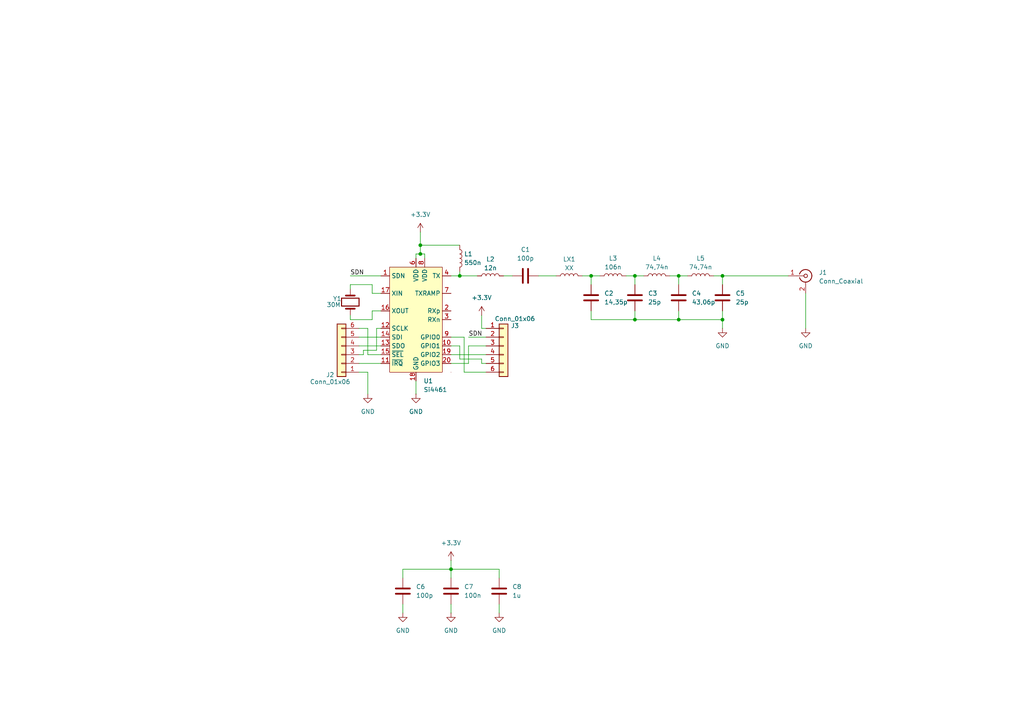
<source format=kicad_sch>
(kicad_sch (version 20231120) (generator "eeschema") (generator_version "8.0")
  (paper "A4")
  (lib_symbols
    (symbol "Connector:Conn_Coaxial" (pin_names (offset 1.016) hide)
      (property "Reference" "J" (at 0.254 3.048 0))
      (property "Value" "Conn_Coaxial" (at 2.921 0 90))
      (symbol "Conn_Coaxial_0_1"
        (arc (start -1.778 -0.508) (mid 0.2311 -1.8066) (end 1.778 0) (stroke (width 0.254)))
        (polyline (pts (xy -2.54 0) (xy -0.508 0)))
        (polyline (pts (xy 0 -2.54) (xy 0 -1.778)))
        (circle (center 0 0) (radius 0.508) (stroke (width 0.2032)))
        (arc (start 1.778 0) (mid 0.2099 1.8101) (end -1.778 0.508) (stroke (width 0.254)))
      )
      (symbol "Conn_Coaxial_1_1"
        (pin passive line (at -5.08 0 0) (length 2.54) (name "In") (number "1"))
        (pin passive line (at 0 -5.08 90) (length 2.54) (name "Ext") (number "2"))
      )
    )
    (symbol "Connector_Generic:Conn_01x06" (pin_names (offset 1.016) hide)
      (property "Reference" "J" (at 0 7.62 0))
      (property "Value" "Conn_01x06" (at 0 -10.16 0))
      (symbol "Conn_01x06_1_1"
        (rectangle (start -1.27 -7.493) (end 0 -7.747) (stroke (width 0.1524)))
        (rectangle (start -1.27 -4.953) (end 0 -5.207) (stroke (width 0.1524)))
        (rectangle (start -1.27 -2.413) (end 0 -2.667) (stroke (width 0.1524)))
        (rectangle (start -1.27 0.127) (end 0 -0.127) (stroke (width 0.1524)))
        (rectangle (start -1.27 2.667) (end 0 2.413) (stroke (width 0.1524)))
        (rectangle (start -1.27 5.207) (end 0 4.953) (stroke (width 0.1524)))
        (rectangle (start -1.27 6.35) (end 1.27 -8.89) (stroke (width 0.254)) (fill (type background)))
        (pin passive line (at -5.08 5.08 0) (length 3.81) (name "Pin_1") (number "1"))
        (pin passive line (at -5.08 2.54 0) (length 3.81) (name "Pin_2") (number "2"))
        (pin passive line (at -5.08 0 0) (length 3.81) (name "Pin_3") (number "3"))
        (pin passive line (at -5.08 -2.54 0) (length 3.81) (name "Pin_4") (number "4"))
        (pin passive line (at -5.08 -5.08 0) (length 3.81) (name "Pin_5") (number "5"))
        (pin passive line (at -5.08 -7.62 0) (length 3.81) (name "Pin_6") (number "6"))
      )
    )
    (symbol "Device:C" (pin_numbers hide) (pin_names (offset 0.254))
      (property "Reference" "C" (at 0.635 2.54 0))
      (property "Value" "C" (at 0.635 -2.54 0))
      (symbol "C_0_1"
        (polyline (pts (xy -2.032 -0.762) (xy 2.032 -0.762)) (stroke (width 0.508)))
        (polyline (pts (xy -2.032 0.762) (xy 2.032 0.762)) (stroke (width 0.508)))
      )
      (symbol "C_1_1"
        (pin passive line (at 0 3.81 270) (length 2.794) (name "~") (number "1"))
        (pin passive line (at 0 -3.81 90) (length 2.794) (name "~") (number "2"))
      )
    )
    (symbol "Device:Crystal" (pin_numbers hide) (pin_names (offset 1.016) hide)
      (property "Reference" "Y" (at 0 3.81 0))
      (property "Value" "Crystal" (at 0 -3.81 0))
      (symbol "Crystal_0_1"
        (rectangle (start -1.143 2.54) (end 1.143 -2.54) (stroke (width 0.3048)))
        (polyline (pts (xy -2.54 0) (xy -1.905 0)))
        (polyline (pts (xy -1.905 -1.27) (xy -1.905 1.27)) (stroke (width 0.508)))
        (polyline (pts (xy 1.905 -1.27) (xy 1.905 1.27)) (stroke (width 0.508)))
        (polyline (pts (xy 2.54 0) (xy 1.905 0)))
      )
      (symbol "Crystal_1_1"
        (pin passive line (at -3.81 0 0) (length 1.27) (name "1") (number "1"))
        (pin passive line (at 3.81 0 180) (length 1.27) (name "2") (number "2"))
      )
    )
    (symbol "Device:L" (pin_numbers hide) (pin_names (offset 1.016) hide)
      (property "Reference" "L" (at -1.27 0 90))
      (property "Value" "L" (at 1.905 0 90))
      (symbol "L_0_1"
        (arc (start 0 -2.54) (mid 0.6323 -1.905) (end 0 -1.27))
        (arc (start 0 -1.27) (mid 0.6323 -0.635) (end 0 0))
        (arc (start 0 0) (mid 0.6323 0.635) (end 0 1.27))
        (arc (start 0 1.27) (mid 0.6323 1.905) (end 0 2.54))
      )
      (symbol "L_1_1"
        (pin passive line (at 0 3.81 270) (length 1.27) (name "1") (number "1"))
        (pin passive line (at 0 -3.81 90) (length 1.27) (name "2") (number "2"))
      )
    )
    (symbol "RF:Si4461"
      (property "Reference" "U" (at -6.35 16.51 0))
      (property "Value" "Si4461" (at 6.35 16.51 0))
      (symbol "Si4461_0_1"
        (rectangle (start -7.62 15.24) (end 7.62 -15.24) (fill (type background)))
        (rectangle (start 10.16 -15.24) (end 10.16 -15.24))
      )
      (symbol "Si4461_1_1"
        (pin input line (at -10.16 12.7 0) (length 2.54) (name "SDN") (number "1"))
        (pin bidirectional line (at 10.16 -7.62 180) (length 2.54) (name "GPIO1") (number "10"))
        (pin open_collector line (at -10.16 -12.7 0) (length 2.54) (name "~{IRQ}") (number "11"))
        (pin input line (at -10.16 -2.54 0) (length 2.54) (name "SCLK") (number "12"))
        (pin output line (at -10.16 -7.62 0) (length 2.54) (name "SDO") (number "13"))
        (pin input line (at -10.16 -5.08 0) (length 2.54) (name "SDI") (number "14"))
        (pin input line (at -10.16 -10.16 0) (length 2.54) (name "~{SEL}") (number "15"))
        (pin passive line (at -10.16 2.54 0) (length 2.54) (name "XOUT") (number "16"))
        (pin input line (at -10.16 7.62 0) (length 2.54) (name "XIN") (number "17"))
        (pin power_in line (at 0 -17.78 90) (length 2.54) (name "GND") (number "18"))
        (pin bidirectional line (at 10.16 -10.16 180) (length 2.54) (name "GPIO2") (number "19"))
        (pin input line (at 10.16 2.54 180) (length 2.54) (name "RXp") (number "2"))
        (pin bidirectional line (at 10.16 -12.7 180) (length 2.54) (name "GPIO3") (number "20"))
        (pin passive line (at 0 -17.78 90) (length 2.54) hide (name "GND") (number "21"))
        (pin input line (at 10.16 0 180) (length 2.54) (name "RXn") (number "3"))
        (pin output line (at 10.16 12.7 180) (length 2.54) (name "TX") (number "4"))
        (pin no_connect line (at 7.62 -15.24 180) (length 2.54) hide (name "NC") (number "5"))
        (pin power_in line (at 0 17.78 270) (length 2.54) (name "VDD") (number "6"))
        (pin output line (at 10.16 7.62 180) (length 2.54) (name "TXRAMP") (number "7"))
        (pin power_in line (at 2.54 17.78 270) (length 2.54) (name "VDD") (number "8"))
        (pin bidirectional line (at 10.16 -5.08 180) (length 2.54) (name "GPIO0") (number "9"))
      )
    )
    (symbol "power:+3.3V" (power) (pin_numbers hide) (pin_names (offset 0) hide)
      (property "Value" "+3.3V" (at 0 3.556 0))
      (symbol "+3.3V_0_1"
        (polyline (pts (xy -0.762 1.27) (xy 0 2.54)))
        (polyline (pts (xy 0 0) (xy 0 2.54)))
        (polyline (pts (xy 0 2.54) (xy 0.762 1.27)))
      )
      (symbol "+3.3V_1_1"
        (pin power_in line (at 0 0 90) (length 0) (name "~") (number "1"))
      )
    )
    (symbol "power:GND" (power) (pin_numbers hide) (pin_names (offset 0) hide)
      (property "Value" "GND" (at 0 -3.81 0))
      (symbol "GND_0_1"
        (polyline (pts (xy 0 0) (xy 0 -1.27) (xy 1.27 -1.27) (xy 0 -2.54) (xy -1.27 -1.27) (xy 0 -1.27)))
      )
      (symbol "GND_1_1"
        (pin power_in line (at 0 0 270) (length 0) (name "~") (number "1"))
      )
    )
  )
  (junction (at 209.55 80.01))
  (junction (at 184.15 80.01))
  (junction (at 130.81 165.1))
  (junction (at 209.55 92.71))
  (junction (at 121.92 71.12))
  (junction (at 184.15 92.71))
  (junction (at 196.85 92.71))
  (junction (at 196.85 80.01))
  (junction (at 121.92 73.66))
  (junction (at 171.45 80.01))
  (junction (at 133.35 80.01))
  (wire (pts (xy 146.05 80.01) (xy 148.59 80.01)))
  (wire (pts (xy 209.55 92.71) (xy 196.85 92.71)))
  (wire (pts (xy 110.49 95.25) (xy 109.22 95.25)))
  (wire (pts (xy 144.78 175.26) (xy 144.78 177.8)))
  (wire (pts (xy 171.45 80.01) (xy 173.99 80.01)))
  (wire (pts (xy 139.7 91.44) (xy 139.7 95.25)))
  (wire (pts (xy 168.91 80.01) (xy 171.45 80.01)))
  (wire (pts (xy 181.61 80.01) (xy 184.15 80.01)))
  (wire (pts (xy 110.49 90.17) (xy 107.95 90.17)))
  (wire (pts (xy 107.95 85.09) (xy 107.95 82.55)))
  (wire (pts (xy 104.14 97.79) (xy 110.49 97.79)))
  (wire (pts (xy 133.35 80.01) (xy 138.43 80.01)))
  (wire (pts (xy 121.92 71.12) (xy 121.92 73.66)))
  (wire (pts (xy 135.89 97.79) (xy 140.97 97.79)))
  (wire (pts (xy 104.14 105.41) (xy 110.49 105.41)))
  (wire (pts (xy 130.81 97.79) (xy 134.62 97.79)))
  (wire (pts (xy 139.7 104.14) (xy 139.7 105.41)))
  (wire (pts (xy 120.65 74.93) (xy 120.65 73.66)))
  (wire (pts (xy 135.89 105.41) (xy 135.89 100.33)))
  (wire (pts (xy 133.35 100.33) (xy 133.35 104.14)))
  (wire (pts (xy 107.95 92.71) (xy 101.6 92.71)))
  (wire (pts (xy 130.81 165.1) (xy 130.81 167.64)))
  (wire (pts (xy 101.6 80.01) (xy 110.49 80.01)))
  (wire (pts (xy 130.81 80.01) (xy 133.35 80.01)))
  (wire (pts (xy 120.65 110.49) (xy 120.65 114.3)))
  (wire (pts (xy 120.65 73.66) (xy 121.92 73.66)))
  (wire (pts (xy 121.92 67.31) (xy 121.92 71.12)))
  (wire (pts (xy 104.14 95.25) (xy 106.68 95.25)))
  (wire (pts (xy 107.95 82.55) (xy 101.6 82.55)))
  (wire (pts (xy 110.49 85.09) (xy 107.95 85.09)))
  (wire (pts (xy 144.78 167.64) (xy 144.78 165.1)))
  (wire (pts (xy 196.85 92.71) (xy 196.85 90.17)))
  (wire (pts (xy 101.6 92.71) (xy 101.6 91.44)))
  (wire (pts (xy 109.22 95.25) (xy 109.22 101.6)))
  (wire (pts (xy 134.62 107.95) (xy 140.97 107.95)))
  (wire (pts (xy 139.7 95.25) (xy 140.97 95.25)))
  (wire (pts (xy 116.84 165.1) (xy 130.81 165.1)))
  (wire (pts (xy 209.55 92.71) (xy 209.55 95.25)))
  (wire (pts (xy 171.45 80.01) (xy 171.45 82.55)))
  (wire (pts (xy 106.68 102.87) (xy 106.68 95.25)))
  (wire (pts (xy 133.35 78.74) (xy 133.35 80.01)))
  (wire (pts (xy 209.55 80.01) (xy 228.6 80.01)))
  (wire (pts (xy 130.81 102.87) (xy 140.97 102.87)))
  (wire (pts (xy 105.41 101.6) (xy 105.41 102.87)))
  (wire (pts (xy 133.35 104.14) (xy 139.7 104.14)))
  (wire (pts (xy 184.15 90.17) (xy 184.15 92.71)))
  (wire (pts (xy 116.84 175.26) (xy 116.84 177.8)))
  (wire (pts (xy 107.95 90.17) (xy 107.95 92.71)))
  (wire (pts (xy 184.15 80.01) (xy 184.15 82.55)))
  (wire (pts (xy 101.6 82.55) (xy 101.6 83.82)))
  (wire (pts (xy 104.14 100.33) (xy 110.49 100.33)))
  (wire (pts (xy 196.85 80.01) (xy 196.85 82.55)))
  (wire (pts (xy 123.19 73.66) (xy 123.19 74.93)))
  (wire (pts (xy 135.89 100.33) (xy 140.97 100.33)))
  (wire (pts (xy 184.15 80.01) (xy 186.69 80.01)))
  (wire (pts (xy 209.55 80.01) (xy 209.55 82.55)))
  (wire (pts (xy 106.68 102.87) (xy 110.49 102.87)))
  (wire (pts (xy 207.01 80.01) (xy 209.55 80.01)))
  (wire (pts (xy 130.81 105.41) (xy 135.89 105.41)))
  (wire (pts (xy 194.31 80.01) (xy 196.85 80.01)))
  (wire (pts (xy 109.22 101.6) (xy 105.41 101.6)))
  (wire (pts (xy 233.68 85.09) (xy 233.68 95.25)))
  (wire (pts (xy 184.15 92.71) (xy 196.85 92.71)))
  (wire (pts (xy 130.81 100.33) (xy 133.35 100.33)))
  (wire (pts (xy 209.55 90.17) (xy 209.55 92.71)))
  (wire (pts (xy 139.7 105.41) (xy 140.97 105.41)))
  (wire (pts (xy 130.81 175.26) (xy 130.81 177.8)))
  (wire (pts (xy 104.14 107.95) (xy 106.68 107.95)))
  (wire (pts (xy 134.62 97.79) (xy 134.62 107.95)))
  (wire (pts (xy 171.45 92.71) (xy 184.15 92.71)))
  (wire (pts (xy 121.92 73.66) (xy 123.19 73.66)))
  (wire (pts (xy 196.85 80.01) (xy 199.39 80.01)))
  (wire (pts (xy 171.45 90.17) (xy 171.45 92.71)))
  (wire (pts (xy 156.21 80.01) (xy 161.29 80.01)))
  (wire (pts (xy 105.41 102.87) (xy 104.14 102.87)))
  (wire (pts (xy 121.92 71.12) (xy 133.35 71.12)))
  (wire (pts (xy 130.81 162.56) (xy 130.81 165.1)))
  (wire (pts (xy 106.68 107.95) (xy 106.68 114.3)))
  (wire (pts (xy 130.81 165.1) (xy 144.78 165.1)))
  (wire (pts (xy 116.84 167.64) (xy 116.84 165.1)))
  (label "SDN" (at 101.6 80.01 0))
  (label "SDN" (at 135.89 97.79 0))
  (symbol (lib_id "power:GND") (at 209.55 95.25 0) (unit 1)
    (property "Reference" "#PWR03" (effects (hide yes)))
    (property "Value" "GND" (at 209.55 100.33 0))
    (property "Description" "Power symbol creates a global label with name \"GND\" , ground" (effects (hide yes)))
  )
  (symbol (lib_id "power:GND") (at 233.68 95.25 0) (unit 1)
    (property "Reference" "#PWR08" (effects (hide yes)))
    (property "Value" "GND" (at 233.68 100.33 0))
    (property "Description" "Power symbol creates a global label with name \"GND\" , ground" (effects (hide yes)))
  )
  (symbol (lib_id "Device:C") (at 184.15 86.36 180) (unit 1)
    (property "Reference" "C3" (at 187.96 85.0899 0) (effects (justify right)))
    (property "Value" "25p" (at 187.96 87.6299 0) (effects (justify right)))
    (property "Footprint" "Capacitor_SMD:C_0805_2012Metric_Pad1.18x1.45mm_HandSolder" (effects (hide yes)))
    (property "Description" "Unpolarized capacitor" (effects (hide yes)))
  )
  (symbol (lib_id "power:+3.3V") (at 121.92 67.31 0) (unit 1)
    (property "Reference" "#PWR02" (effects (hide yes)))
    (property "Value" "+3.3V" (at 121.92 62.23 0))
    (property "Description" "Power symbol creates a global label with name \"+3.3V\"" (effects (hide yes)))
  )
  (symbol (lib_id "Device:Crystal") (at 101.6 87.63 90) (mirror x) (unit 1)
    (property "Reference" "Y1" (at 99.06 86.614 90) (effects (justify left)))
    (property "Value" "30M" (at 98.806 88.392 90) (effects (justify left)))
    (property "Footprint" "Library:Crystal_SMD" (effects (hide yes)))
    (property "Description" "Two pin crystal" (effects (hide yes)))
  )
  (symbol (lib_id "Connector_Generic:Conn_01x06") (at 146.05 100.33 0) (unit 1)
    (property "Reference" "J3" (at 149.352 94.488 0))
    (property "Value" "Conn_01x06" (at 149.352 92.456 0))
    (property "Footprint" "Connector_PinHeader_2.54mm:PinHeader_1x06_P2.54mm_Vertical" (effects (hide yes)))
    (property "Description" "Generic connector, single row, 01x06, script generated (kicad-library-utils/schlib/autogen/connector/)" (effects (hide yes)))
  )
  (symbol (lib_id "power:GND") (at 116.84 177.8 0) (unit 1)
    (property "Reference" "#PWR04" (effects (hide yes)))
    (property "Value" "GND" (at 116.84 182.88 0))
    (property "Description" "Power symbol creates a global label with name \"GND\" , ground" (effects (hide yes)))
  )
  (symbol (lib_id "Device:L") (at 133.35 74.93 0) (unit 1)
    (property "Reference" "L1" (at 134.62 73.6599 0) (effects (justify left)))
    (property "Value" "550n" (at 134.62 76.1999 0) (effects (justify left)))
    (property "Footprint" "Inductor_SMD:L_0805_2012Metric_Pad1.15x1.40mm_HandSolder" (effects (hide yes)))
    (property "Description" "Inductor" (effects (hide yes)))
  )
  (symbol (lib_id "Device:L") (at 190.5 80.01 90) (unit 1)
    (property "Reference" "L4" (at 190.5 74.93 90))
    (property "Value" "74,74n" (at 190.5 77.47 90))
    (property "Footprint" "Inductor_SMD:L_0805_2012Metric_Pad1.15x1.40mm_HandSolder" (effects (hide yes)))
    (property "Description" "Inductor" (effects (hide yes)))
  )
  (symbol (lib_id "Device:L") (at 165.1 80.01 90) (unit 1)
    (property "Reference" "LX1" (at 165.1 75.184 90))
    (property "Value" "XX" (at 165.1 77.724 90))
    (property "Footprint" "Inductor_SMD:L_0805_2012Metric_Pad1.15x1.40mm_HandSolder" (effects (hide yes)))
    (property "Description" "Inductor" (effects (hide yes)))
  )
  (symbol (lib_id "RF:Si4461") (at 120.65 92.71 0) (unit 1)
    (property "Reference" "U1" (at 122.8441 110.49 0) (effects (justify left)))
    (property "Value" "Si4461" (at 122.8441 113.03 0) (effects (justify left)))
    (property "Footprint" "Package_DFN_QFN:QFN-20-1EP_4x4mm_P0.5mm_EP2.6x2.6mm_ThermalVias" (effects (hide yes)))
    (property "Datasheet" "https://www.silabs.com/documents/public/data-sheets/Si4464-63-61-60.pdf" (effects (hide yes)))
    (property "Description" "High-Performance, Low-Current Sub-GHz Transceiver, +16dBm, Major bands 142-1050 MHz, QFN-20" (effects (hide yes)))
  )
  (symbol (lib_id "Device:C") (at 144.78 171.45 0) (unit 1)
    (property "Reference" "C8" (at 148.59 170.1799 0) (effects (justify left)))
    (property "Value" "1u" (at 148.59 172.7199 0) (effects (justify left)))
    (property "Footprint" "Capacitor_SMD:C_0805_2012Metric_Pad1.18x1.45mm_HandSolder" (effects (hide yes)))
    (property "Description" "Unpolarized capacitor" (effects (hide yes)))
  )
  (symbol (lib_id "power:GND") (at 130.81 177.8 0) (unit 1)
    (property "Reference" "#PWR06" (effects (hide yes)))
    (property "Value" "GND" (at 130.81 182.88 0))
    (property "Description" "Power symbol creates a global label with name \"GND\" , ground" (effects (hide yes)))
  )
  (symbol (lib_id "power:GND") (at 120.65 114.3 0) (unit 1)
    (property "Reference" "#PWR01" (effects (hide yes)))
    (property "Value" "GND" (at 120.65 119.38 0))
    (property "Description" "Power symbol creates a global label with name \"GND\" , ground" (effects (hide yes)))
  )
  (symbol (lib_id "Connector_Generic:Conn_01x06") (at 99.06 102.87 180) (unit 1)
    (property "Reference" "J2" (at 95.758 108.712 0))
    (property "Value" "Conn_01x06" (at 95.758 110.744 0))
    (property "Footprint" "Connector_PinHeader_2.54mm:PinHeader_1x06_P2.54mm_Vertical" (effects (hide yes)))
    (property "Description" "Generic connector, single row, 01x06, script generated (kicad-library-utils/schlib/autogen/connector/)" (effects (hide yes)))
  )
  (symbol (lib_id "Device:C") (at 130.81 171.45 0) (unit 1)
    (property "Reference" "C7" (at 134.62 170.1799 0) (effects (justify left)))
    (property "Value" "100n" (at 134.62 172.7199 0) (effects (justify left)))
    (property "Footprint" "Capacitor_SMD:C_0805_2012Metric_Pad1.18x1.45mm_HandSolder" (effects (hide yes)))
    (property "Description" "Unpolarized capacitor" (effects (hide yes)))
  )
  (symbol (lib_id "Device:C") (at 196.85 86.36 180) (unit 1)
    (property "Reference" "C4" (at 200.66 85.0899 0) (effects (justify right)))
    (property "Value" "43,06p" (at 200.66 87.6299 0) (effects (justify right)))
    (property "Footprint" "Capacitor_SMD:C_0805_2012Metric_Pad1.18x1.45mm_HandSolder" (effects (hide yes)))
    (property "Description" "Unpolarized capacitor" (effects (hide yes)))
  )
  (symbol (lib_id "Device:C") (at 116.84 171.45 0) (unit 1)
    (property "Reference" "C6" (at 120.65 170.1799 0) (effects (justify left)))
    (property "Value" "100p" (at 120.65 172.7199 0) (effects (justify left)))
    (property "Footprint" "Capacitor_SMD:C_0805_2012Metric_Pad1.18x1.45mm_HandSolder" (effects (hide yes)))
    (property "Description" "Unpolarized capacitor" (effects (hide yes)))
  )
  (symbol (lib_id "power:GND") (at 144.78 177.8 0) (unit 1)
    (property "Reference" "#PWR07" (effects (hide yes)))
    (property "Value" "GND" (at 144.78 182.88 0))
    (property "Description" "Power symbol creates a global label with name \"GND\" , ground" (effects (hide yes)))
  )
  (symbol (lib_id "Device:L") (at 177.8 80.01 90) (unit 1)
    (property "Reference" "L3" (at 177.8 74.93 90))
    (property "Value" "106n" (at 177.8 77.47 90))
    (property "Footprint" "Inductor_SMD:L_0805_2012Metric_Pad1.15x1.40mm_HandSolder" (effects (hide yes)))
    (property "Description" "Inductor" (effects (hide yes)))
  )
  (symbol (lib_id "power:GND") (at 106.68 114.3 0) (unit 1)
    (property "Reference" "#PWR09" (effects (hide yes)))
    (property "Value" "GND" (at 106.68 119.38 0))
    (property "Description" "Power symbol creates a global label with name \"GND\" , ground" (effects (hide yes)))
  )
  (symbol (lib_id "Device:C") (at 152.4 80.01 90) (unit 1)
    (property "Reference" "C1" (at 152.4 72.39 90))
    (property "Value" "100p" (at 152.4 74.93 90))
    (property "Footprint" "Capacitor_SMD:C_0805_2012Metric_Pad1.18x1.45mm_HandSolder" (effects (hide yes)))
    (property "Description" "Unpolarized capacitor" (effects (hide yes)))
  )
  (symbol (lib_id "Device:C") (at 209.55 86.36 180) (unit 1)
    (property "Reference" "C5" (at 213.36 85.0899 0) (effects (justify right)))
    (property "Value" "25p" (at 213.36 87.6299 0) (effects (justify right)))
    (property "Footprint" "Capacitor_SMD:C_0805_2012Metric_Pad1.18x1.45mm_HandSolder" (effects (hide yes)))
    (property "Description" "Unpolarized capacitor" (effects (hide yes)))
  )
  (symbol (lib_id "Device:L") (at 142.24 80.01 90) (unit 1)
    (property "Reference" "L2" (at 142.24 75.184 90))
    (property "Value" "12n" (at 142.24 77.724 90))
    (property "Footprint" "Inductor_SMD:L_0805_2012Metric_Pad1.15x1.40mm_HandSolder" (effects (hide yes)))
    (property "Description" "Inductor" (effects (hide yes)))
  )
  (symbol (lib_id "Connector:Conn_Coaxial") (at 233.68 80.01 0) (unit 1)
    (property "Reference" "J1" (at 237.49 79.0331 0) (effects (justify left)))
    (property "Value" "Conn_Coaxial" (at 237.49 81.5731 0) (effects (justify left)))
    (property "Footprint" "Library:BNC_Connector_PCB" (effects (hide yes)))
    (property "Description" "coaxial connector (BNC, SMA, SMB, SMC, Cinch/RCA, LEMO, ...)" (effects (hide yes)))
  )
  (symbol (lib_id "power:+3.3V") (at 139.7 91.44 0) (unit 1)
    (property "Reference" "#PWR010" (effects (hide yes)))
    (property "Value" "+3.3V" (at 139.7 86.36 0))
    (property "Description" "Power symbol creates a global label with name \"+3.3V\"" (effects (hide yes)))
  )
  (symbol (lib_id "power:+3.3V") (at 130.81 162.56 0) (unit 1)
    (property "Reference" "#PWR05" (effects (hide yes)))
    (property "Value" "+3.3V" (at 130.81 157.48 0))
    (property "Description" "Power symbol creates a global label with name \"+3.3V\"" (effects (hide yes)))
  )
  (symbol (lib_id "Device:L") (at 203.2 80.01 90) (unit 1)
    (property "Reference" "L5" (at 203.2 74.93 90))
    (property "Value" "74,74n" (at 203.2 77.47 90))
    (property "Footprint" "Inductor_SMD:L_0805_2012Metric_Pad1.15x1.40mm_HandSolder" (effects (hide yes)))
    (property "Description" "Inductor" (effects (hide yes)))
  )
  (symbol (lib_id "Device:C") (at 171.45 86.36 180) (unit 1)
    (property "Reference" "C2" (at 175.26 85.0899 0) (effects (justify right)))
    (property "Value" "14,35p" (at 175.26 87.6299 0) (effects (justify right)))
    (property "Footprint" "Capacitor_SMD:C_0805_2012Metric_Pad1.18x1.45mm_HandSolder" (effects (hide yes)))
    (property "Description" "Unpolarized capacitor" (effects (hide yes)))
  )
)
</source>
